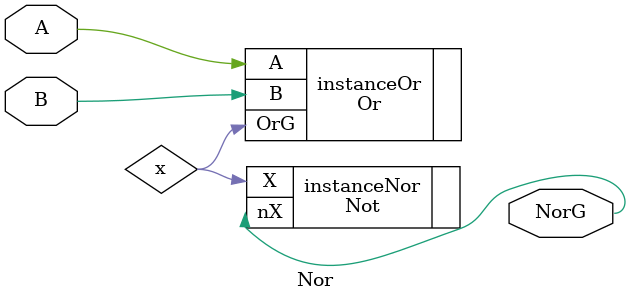
<source format=v>
module Nor(input A, B, output NorG);
    wire x;
    Or instanceOr( .A(A), .B(B), .OrG(x));
    Not instanceNor (.X(x), .nX(NorG));
    endmodule

</source>
